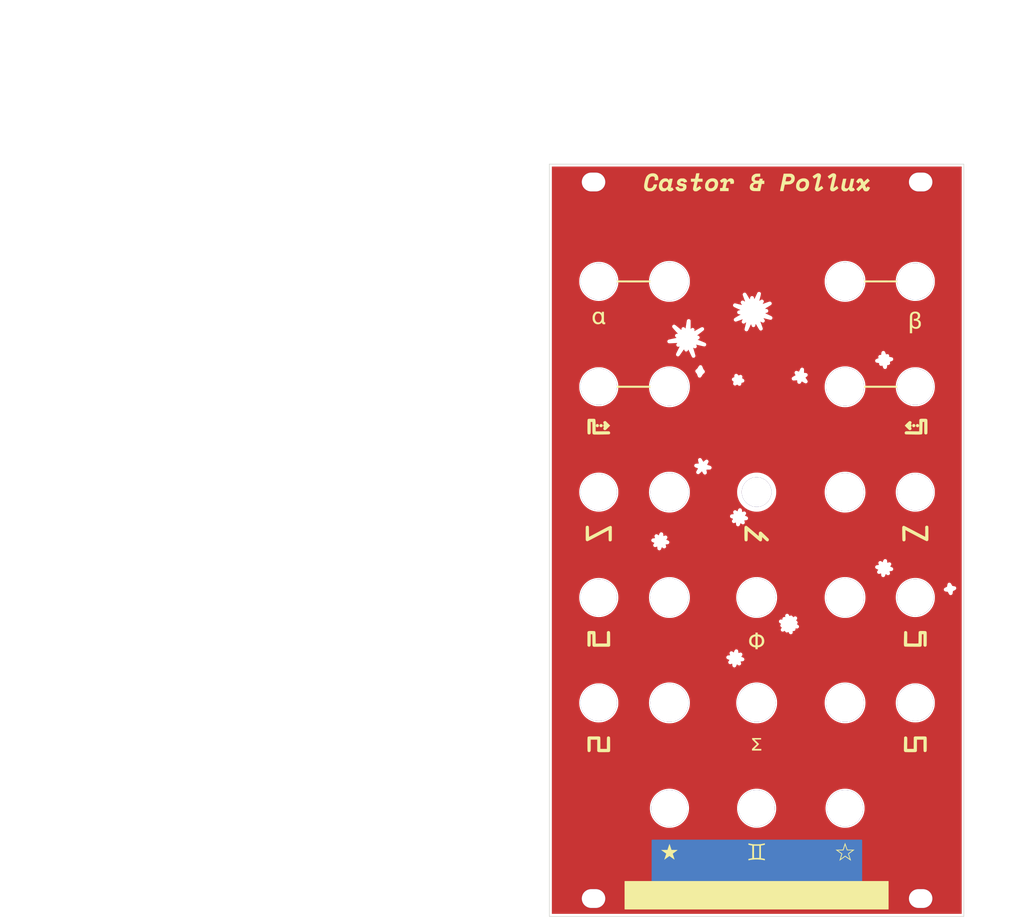
<source format=kicad_pcb>
(kicad_pcb (version 20240108) (generator "pcbnew") (generator_version "8.0")
  (title_block (title "Castor & Pollux") (date "2025-01-30") (rev "v1 DIY") (company "Winterbloom") (comment 1 "Alethea Flowers") (comment 2 "CC BY-NC-ND 4.0") (comment 3 "gemini.wntr.dev"))
  (layers (0 "F.Cu" signal) (31 "B.Cu" signal) (34 "B.Paste" user) (35 "F.Paste" user) (36 "B.SilkS" user "B.Silkscreen") (37 "F.SilkS" user "F.Silkscreen") (38 "B.Mask" user) (39 "F.Mask" user) (44 "Edge.Cuts" user))
  (net 0 "")
  (footprint "Wire_Pads:SolderWirePad_single_0-8mmDrill" (layer "F.Cu") (at 154.365483 125.968756)
    (property "Reference" "")
    (property "Value" "")
  )
  (footprint "Wire_Pads:SolderWirePad_single_0-8mmDrill" (layer "F.Cu") (at 166.365231 107.968828)
    (property "Reference" "")
    (property "Value" "")
  )
  (footprint "LOGO" (layer "F.Cu") (at 139.264989 116.204382)
    (property "Reference" "G***" (hide yes))
    (property "Value" "LOGO" (hide yes))
  )
  (footprint "LOGO" (layer "F.Cu") (at 139.264989 116.204382)
    (property "Reference" "G***" (hide yes))
    (property "Value" "LOGO" (hide yes))
  )
  (footprint "Wire_Pads:SolderWirePad_single_0-8mmDrill" (layer "F.Cu") (at 124.365517 161.968762)
    (property "Reference" "")
    (property "Value" "")
  )
  (footprint "LOGO" (layer "F.Cu") (at 139.264989 116.204382)
    (property "Reference" "G***" (hide yes))
    (property "Value" "LOGO" (hide yes))
  )
  (footprint "Wire_Pads:SolderWirePad_single_0-8mmDrill" (layer "F.Cu") (at 166.365231 143.968809)
    (property "Reference" "")
    (property "Value" "")
  )
  (footprint "Wire_Pads:SolderWirePad_single_0-8mmDrill" (layer "F.Cu") (at 112.299428 107.968828)
    (property "Reference" "")
    (property "Value" "")
  )
  (footprint "panel:MountingHoleEurorackSlotM3" (layer "F.Cu") (at 111.408788 177.404982)
    (property "Reference" " " (hide yes))
    (property "Value" " " (hide yes))
  )
  (footprint "panel:MountingHoleEurorackSlotM3" (layer "F.Cu") (at 167.288788 177.404982)
    (property "Reference" " " (hide yes))
    (property "Value" " " (hide yes))
  )
  (footprint "Wire_Pads:SolderWirePad_single_0-8mmDrill" (layer "F.Cu") (at 139.264939 143.968748)
    (property "Reference" "")
    (property "Value" "")
  )
  (footprint "Wire_Pads:SolderWirePad_single_0-8mmDrill" (layer "F.Cu") (at 154.365483 71.968817)
    (property "Reference" "")
    (property "Value" "")
  )
  (footprint "Wire_Pads:SolderWirePad_single_0-8mmDrill" (layer "F.Cu") (at 139.264939 125.968756)
    (property "Reference" "")
    (property "Value" "")
  )
  (footprint "Wire_Pads:SolderWirePad_single_0-8mmDrill" (layer "F.Cu") (at 124.365481 125.968756)
    (property "Reference" "")
    (property "Value" "")
  )
  (footprint "LOGO" (layer "F.Cu") (at 139.264989 116.204382)
    (property "Reference" "G***" (hide yes))
    (property "Value" "LOGO" (hide yes))
  )
  (footprint "Wire_Pads:SolderWirePad_single_0-8mmDrill" (layer "F.Cu") (at 154.365483 107.968809)
    (property "Reference" "")
    (property "Value" "")
  )
  (footprint "Wire_Pads:SolderWirePad_single_0-8mmDrill" (layer "F.Cu") (at 124.365481 71.968817)
    (property "Reference" "")
    (property "Value" "")
  )
  (footprint "Wire_Pads:SolderWirePad_single_0-8mmDrill" (layer "F.Cu") (at 166.365231 89.96879)
    (property "Reference" "")
    (property "Value" "")
  )
  (footprint "Wire_Pads:SolderWirePad_single_0-8mmDrill" (layer "F.Cu") (at 124.365481 143.968748)
    (property "Reference" "")
    (property "Value" "")
  )
  (footprint "Wire_Pads:SolderWirePad_single_0-8mmDrill" (layer "F.Cu") (at 154.365483 89.968767)
    (property "Reference" "")
    (property "Value" "")
  )
  (footprint "Wire_Pads:SolderWirePad_single_0-8mmDrill" (layer "F.Cu") (at 124.365481 107.968809)
    (property "Reference" "")
    (property "Value" "")
  )
  (footprint "Wire_Pads:SolderWirePad_single_0-8mmDrill" (layer "F.Cu") (at 166.365231 125.968802)
    (property "Reference" "")
    (property "Value" "")
  )
  (footprint "Wire_Pads:SolderWirePad_single_0-8mmDrill" (layer "F.Cu") (at 166.365231 71.96884)
    (property "Reference" "")
    (property "Value" "")
  )
  (footprint "Wire_Pads:SolderWirePad_single_0-8mmDrill" (layer "F.Cu") (at 124.365481 89.968767)
    (property "Reference" "")
    (property "Value" "")
  )
  (footprint "panel:MountingHoleEurorackSlotM3" (layer "F.Cu") (at 111.408788 55.002382)
    (property "Reference" " " (hide yes))
    (property "Value" " " (hide yes))
  )
  (footprint "Wire_Pads:SolderWirePad_single_0-8mmDrill" (layer "F.Cu") (at 154.365483 143.968748)
    (property "Reference" "")
    (property "Value" "")
  )
  (footprint "Wire_Pads:SolderWirePad_single_0-8mmDrill" (layer "F.Cu") (at 154.365521 161.968762)
    (property "Reference" "")
    (property "Value" "")
  )
  (footprint "panel:MountingHoleEurorackSlotM3" (layer "F.Cu") (at 167.288788 55.002382)
    (property "Reference" " " (hide yes))
    (property "Value" " " (hide yes))
  )
  (footprint "Wire_Pads:SolderWirePad_single_0-8mmDrill" (layer "F.Cu") (at 112.299428 89.96879)
    (property "Reference" "")
    (property "Value" "")
  )
  (footprint "Wire_Pads:SolderWirePad_single_0-8mmDrill" (layer "F.Cu") (at 112.299428 125.968802)
    (property "Reference" "")
    (property "Value" "")
  )
  (footprint "Wire_Pads:SolderWirePad_single_0-8mmDrill" (layer "F.Cu") (at 112.299428 71.96884)
    (property "Reference" "")
    (property "Value" "")
  )
  (footprint "Wire_Pads:SolderWirePad_single_0-8mmDrill" (layer "F.Cu") (at 139.264977 161.968762)
    (property "Reference" "")
    (property "Value" "")
  )
  (footprint "Wire_Pads:SolderWirePad_single_0-8mmDrill" (layer "F.Cu") (at 112.299428 143.968809)
    (property "Reference" "")
    (property "Value" "")
  )
  (footprint "Wire_Pads:SolderWirePad_single_0-8mmDrill" (layer "F.Cu") (at 139.264989 107.96438)
    (property "Reference" "")
    (property "Value" "")
  )
  (gr_rect (start 116.764977 174.468762) (end 161.764977 179.218762) (stroke (width 0.1)) (fill solid) (layer "F.SilkS"))
  (gr_line (start 103.864988 180.454382) (end 103.864988 51.954382) (stroke (width 0.1)) (layer "Edge.Cuts"))
  (gr_line (start 174.664987 180.454382) (end 103.864988 180.454382) (stroke (width 0.1)) (layer "Edge.Cuts"))
  (gr_line (start 103.864988 51.954382) (end 174.664987 51.954382) (stroke (width 0.1)) (layer "Edge.Cuts"))
  (gr_line (start 103.864988 51.954382) (end 103.864988 51.954382) (stroke (width 0.1)) (layer "Edge.Cuts"))
  (gr_line (start 174.664987 51.954382) (end 174.664987 180.454382) (stroke (width 0.1)) (layer "Edge.Cuts"))
  (zone (net 0) (net_name "") (layer "B.Cu") (connect_pads (clearance 0.508)) (min_thickness 0.254) (fill yes (thermal_gap 0.508) (thermal_bridge_width 0.508))
    (polygon (pts (xy 157.298638 179.106782) (xy 121.332238 179.106782) (xy 121.332238 167.346582) (xy 157.298638 167.346582)))
  )
)
</source>
